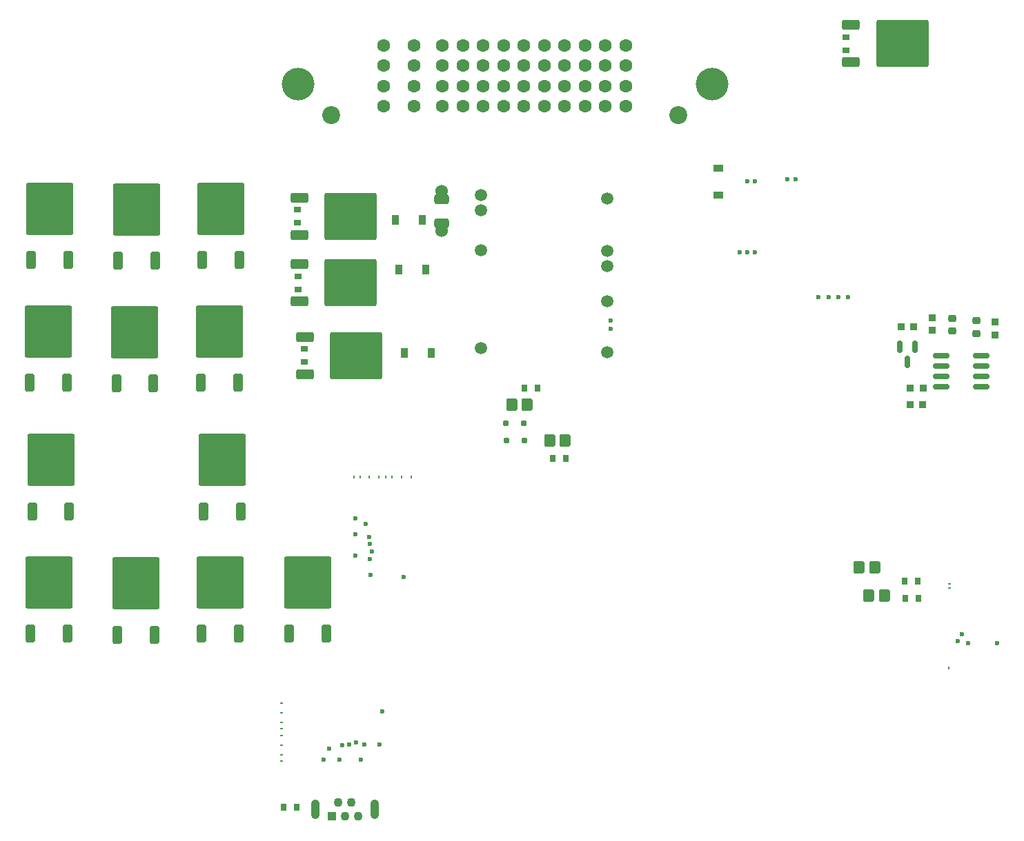
<source format=gbr>
%TF.GenerationSoftware,KiCad,Pcbnew,8.0.8*%
%TF.CreationDate,2026-02-06T22:07:44-05:00*%
%TF.ProjectId,greenecu48,67726565-6e65-4637-9534-382e6b696361,rev?*%
%TF.SameCoordinates,Original*%
%TF.FileFunction,Soldermask,Top*%
%TF.FilePolarity,Negative*%
%FSLAX46Y46*%
G04 Gerber Fmt 4.6, Leading zero omitted, Abs format (unit mm)*
G04 Created by KiCad (PCBNEW 8.0.8) date 2026-02-06 22:07:44*
%MOMM*%
%LPD*%
G01*
G04 APERTURE LIST*
G04 Aperture macros list*
%AMRoundRect*
0 Rectangle with rounded corners*
0 $1 Rounding radius*
0 $2 $3 $4 $5 $6 $7 $8 $9 X,Y pos of 4 corners*
0 Add a 4 corners polygon primitive as box body*
4,1,4,$2,$3,$4,$5,$6,$7,$8,$9,$2,$3,0*
0 Add four circle primitives for the rounded corners*
1,1,$1+$1,$2,$3*
1,1,$1+$1,$4,$5*
1,1,$1+$1,$6,$7*
1,1,$1+$1,$8,$9*
0 Add four rect primitives between the rounded corners*
20,1,$1+$1,$2,$3,$4,$5,0*
20,1,$1+$1,$4,$5,$6,$7,0*
20,1,$1+$1,$6,$7,$8,$9,0*
20,1,$1+$1,$8,$9,$2,$3,0*%
G04 Aperture macros list end*
%ADD10RoundRect,0.250000X0.350000X-0.850000X0.350000X0.850000X-0.350000X0.850000X-0.350000X-0.850000X0*%
%ADD11RoundRect,0.249997X2.650003X-2.950003X2.650003X2.950003X-2.650003X2.950003X-2.650003X-2.950003X0*%
%ADD12RoundRect,0.070000X0.280000X0.390000X-0.280000X0.390000X-0.280000X-0.390000X0.280000X-0.390000X0*%
%ADD13RoundRect,0.130000X0.520000X0.620000X-0.520000X0.620000X-0.520000X-0.620000X0.520000X-0.620000X0*%
%ADD14RoundRect,0.070000X-0.280000X-0.390000X0.280000X-0.390000X0.280000X0.390000X-0.280000X0.390000X0*%
%ADD15O,0.399999X0.200000*%
%ADD16C,0.600000*%
%ADD17RoundRect,0.090000X0.360000X0.510000X-0.360000X0.510000X-0.360000X-0.510000X0.360000X-0.510000X0*%
%ADD18RoundRect,0.085000X0.340000X0.340000X-0.340000X0.340000X-0.340000X-0.340000X0.340000X-0.340000X0*%
%ADD19RoundRect,0.250000X-0.850000X-0.350000X0.850000X-0.350000X0.850000X0.350000X-0.850000X0.350000X0*%
%ADD20RoundRect,0.249997X-2.950003X-2.650003X2.950003X-2.650003X2.950003X2.650003X-2.950003X2.650003X0*%
%ADD21RoundRect,0.070000X-0.390000X0.280000X-0.390000X-0.280000X0.390000X-0.280000X0.390000X0.280000X0*%
%ADD22R,1.100000X1.100000*%
%ADD23C,1.100000*%
%ADD24O,1.100000X2.400000*%
%ADD25RoundRect,0.150000X-0.825000X-0.150000X0.825000X-0.150000X0.825000X0.150000X-0.825000X0.150000X0*%
%ADD26C,4.000000*%
%ADD27C,2.200000*%
%ADD28C,1.600000*%
%ADD29O,0.200000X0.399999*%
%ADD30C,0.599999*%
%ADD31RoundRect,0.060000X-0.240000X0.240000X-0.240000X-0.240000X0.240000X-0.240000X0.240000X0.240000X0*%
%ADD32RoundRect,0.085000X-0.340000X0.340000X-0.340000X-0.340000X0.340000X-0.340000X0.340000X0.340000X0*%
%ADD33RoundRect,0.085000X-0.340000X-0.340000X0.340000X-0.340000X0.340000X0.340000X-0.340000X0.340000X0*%
%ADD34RoundRect,0.218750X-0.256250X0.218750X-0.256250X-0.218750X0.256250X-0.218750X0.256250X0.218750X0*%
%ADD35RoundRect,0.090000X0.510000X-0.360000X0.510000X0.360000X-0.510000X0.360000X-0.510000X-0.360000X0*%
%ADD36C,1.500000*%
%ADD37C,1.524000*%
%ADD38RoundRect,0.230000X-0.670000X-0.345000X0.670000X-0.345000X0.670000X0.345000X-0.670000X0.345000X0*%
%ADD39RoundRect,0.150000X-0.150000X0.587500X-0.150000X-0.587500X0.150000X-0.587500X0.150000X0.587500X0*%
%ADD40O,0.250000X0.499999*%
%ADD41O,0.499999X0.250000*%
G04 APERTURE END LIST*
D10*
%TO.C,Q906*%
X86748279Y-71657000D03*
D11*
X89028279Y-65357000D03*
D10*
X91308279Y-71657000D03*
%TD*%
%TO.C,Q903*%
X97620000Y-56710000D03*
D11*
X99900000Y-50410000D03*
D10*
X102180000Y-56710000D03*
%TD*%
%TO.C,Q901*%
X86870000Y-102520000D03*
D11*
X89150000Y-96220000D03*
D10*
X91430000Y-102520000D03*
%TD*%
%TO.C,Q902*%
X86960000Y-56610000D03*
D11*
X89240000Y-50310000D03*
D10*
X91520000Y-56610000D03*
%TD*%
D12*
%TO.C,R13*%
X149113000Y-72304452D03*
X147513000Y-72304452D03*
%TD*%
D13*
%TO.C,D11*%
X145950074Y-74371453D03*
X147850095Y-74371453D03*
%TD*%
D14*
%TO.C,R14*%
X150936000Y-80959524D03*
X152536000Y-80959524D03*
%TD*%
D15*
%TO.C,M4*%
X117714398Y-118113946D03*
X117714398Y-117353967D03*
X117714398Y-116178974D03*
X117714398Y-115003987D03*
X117714398Y-114164075D03*
X117714398Y-113414003D03*
X117714398Y-112238992D03*
X117714398Y-111063995D03*
D16*
X127814005Y-116103998D03*
X127388997Y-117939008D03*
X126839000Y-115889000D03*
X125964041Y-116103995D03*
X125114018Y-116179002D03*
X124789002Y-117939008D03*
X123489035Y-116629008D03*
X122839018Y-117939008D03*
X130014021Y-112013993D03*
X129714019Y-116088999D03*
%TD*%
D17*
%TO.C,D4*%
X134918000Y-51701000D03*
X131618000Y-51701000D03*
%TD*%
D18*
%TO.C,C2*%
X195275001Y-64810007D03*
X193694999Y-64810007D03*
%TD*%
D16*
%TO.C,M2*%
X184780784Y-61130242D03*
X183580784Y-61130242D03*
X185980784Y-61130242D03*
X187180784Y-61130242D03*
X180720784Y-46705242D03*
X179720784Y-46705242D03*
%TD*%
D19*
%TO.C,Q9*%
X119876000Y-48941000D03*
D20*
X126176000Y-51221000D03*
D19*
X119876000Y-53501000D03*
%TD*%
D13*
%TO.C,D14*%
X189765884Y-97861000D03*
X191665905Y-97861000D03*
%TD*%
D21*
%TO.C,R12*%
X119613928Y-50427000D03*
X119613928Y-52027000D03*
%TD*%
%TO.C,R19*%
X120489928Y-67509000D03*
X120489928Y-69109000D03*
%TD*%
%TO.C,R11*%
X119670928Y-58608000D03*
X119670928Y-60208000D03*
%TD*%
D19*
%TO.C,Q14*%
X119876000Y-57136000D03*
D20*
X126176000Y-59416000D03*
D19*
X119876000Y-61696000D03*
%TD*%
D22*
%TO.C,J4*%
X123848000Y-124952000D03*
D23*
X124648000Y-123202000D03*
X125448000Y-124952000D03*
X126248000Y-123202000D03*
X127048000Y-124952000D03*
D24*
X121798000Y-124077000D03*
X129098000Y-124077000D03*
%TD*%
D16*
%TO.C,M3*%
X175770000Y-55621000D03*
X174820000Y-55621000D03*
X173870002Y-55621000D03*
X174870000Y-46921000D03*
X175770000Y-46921000D03*
%TD*%
D17*
%TO.C,D5*%
X135337000Y-57809000D03*
X132037000Y-57809000D03*
%TD*%
D25*
%TO.C,U2*%
X198588000Y-68391000D03*
X198588000Y-69661000D03*
X198588000Y-70931000D03*
X198588000Y-72201000D03*
X203538000Y-72201000D03*
X203538000Y-70931000D03*
X203538000Y-69661000D03*
X203538000Y-68391000D03*
%TD*%
D14*
%TO.C,R15*%
X194152000Y-96004072D03*
X195752000Y-96004072D03*
%TD*%
D26*
%TO.C,U1*%
X119677601Y-34974599D03*
D27*
X123777601Y-38824599D03*
X166377601Y-38824599D03*
D26*
X170477601Y-34974599D03*
D28*
X130227601Y-30224599D03*
X130227601Y-32724599D03*
X130227601Y-35224599D03*
X130227601Y-37724599D03*
X133927601Y-30224599D03*
X133927601Y-32724599D03*
X133927601Y-35224599D03*
X133927601Y-37724599D03*
X137427601Y-30224599D03*
X137427601Y-32724599D03*
X137427601Y-35224599D03*
X137427601Y-37724599D03*
X139927601Y-30224599D03*
X139927601Y-32724599D03*
X139927601Y-35224599D03*
X139927601Y-37724599D03*
X142427601Y-30224599D03*
X142427601Y-32724599D03*
X142427601Y-35224599D03*
X142427601Y-37724599D03*
X144927601Y-30224599D03*
X144927601Y-32724599D03*
X144927601Y-35224599D03*
X144927601Y-37724599D03*
X147427601Y-30224599D03*
X147427601Y-32724599D03*
X147427601Y-35224599D03*
X147427601Y-37724599D03*
X149927601Y-30224599D03*
X149927601Y-32724599D03*
X149927601Y-35224599D03*
X149927601Y-37724599D03*
X152427601Y-30224599D03*
X152427601Y-32724599D03*
X152427601Y-35224599D03*
X152427601Y-37724599D03*
X154927601Y-30224599D03*
X154927601Y-32724599D03*
X154927601Y-35224599D03*
X154927601Y-37724599D03*
X157427601Y-30224599D03*
X157427601Y-32724599D03*
X157427601Y-35224599D03*
X157427601Y-37724599D03*
X159927601Y-30224599D03*
X159927601Y-32724599D03*
X159927601Y-35224599D03*
X159927601Y-37724599D03*
%TD*%
D17*
%TO.C,D3*%
X136081000Y-68041000D03*
X132781000Y-68041000D03*
%TD*%
D19*
%TO.C,Q11*%
X120543000Y-66062000D03*
D20*
X126843000Y-68342000D03*
D19*
X120543000Y-70622000D03*
%TD*%
D29*
%TO.C,M7*%
X126540052Y-83248378D03*
X127300031Y-83248378D03*
X128475024Y-83248378D03*
X129650011Y-83248378D03*
X130489923Y-83248378D03*
X131239995Y-83248378D03*
X132415006Y-83248378D03*
X133590003Y-83248378D03*
D30*
X128550000Y-93347985D03*
X126714990Y-92922977D03*
X128764998Y-92372980D03*
X128550003Y-91498021D03*
X128474996Y-90647998D03*
X126714990Y-90322982D03*
X128024990Y-89023015D03*
X126714990Y-88372998D03*
X132640005Y-95548001D03*
X128564999Y-95247999D03*
%TD*%
D31*
%TO.C,D9*%
X145177000Y-76671452D03*
X147377000Y-76671452D03*
%TD*%
D13*
%TO.C,D13*%
X188554979Y-94376000D03*
X190455000Y-94376000D03*
%TD*%
D10*
%TO.C,Q916*%
X118620000Y-102500000D03*
D11*
X120900000Y-96200000D03*
D10*
X123180000Y-102500000D03*
%TD*%
%TO.C,Q904*%
X87081721Y-87473000D03*
D11*
X89361721Y-81173000D03*
D10*
X91641721Y-87473000D03*
%TD*%
D13*
%TO.C,D12*%
X150600884Y-78754452D03*
X152500905Y-78754452D03*
%TD*%
D32*
%TO.C,C3*%
X197535000Y-63673999D03*
X197535000Y-65254001D03*
%TD*%
D33*
%TO.C,C4*%
X194775999Y-74383000D03*
X196356001Y-74383000D03*
%TD*%
D21*
%TO.C,R9*%
X186905000Y-29216000D03*
X186905000Y-30816000D03*
%TD*%
D19*
%TO.C,Q12*%
X187570000Y-27733000D03*
D20*
X193870000Y-30013000D03*
D19*
X187570000Y-32293000D03*
%TD*%
D10*
%TO.C,Q915*%
X107768279Y-71657000D03*
D11*
X110048279Y-65357000D03*
D10*
X112328279Y-71657000D03*
%TD*%
%TO.C,Q913*%
X107980000Y-56610000D03*
D11*
X110260000Y-50310000D03*
D10*
X112540000Y-56610000D03*
%TD*%
%TO.C,Q912*%
X97530000Y-102620000D03*
D11*
X99810000Y-96320000D03*
D10*
X102090000Y-102620000D03*
%TD*%
D34*
%TO.C,L2*%
X202929000Y-64057500D03*
X202929000Y-65632500D03*
%TD*%
D10*
%TO.C,Q905*%
X108101721Y-87473000D03*
D11*
X110381721Y-81173000D03*
D10*
X112661721Y-87473000D03*
%TD*%
%TO.C,Q914*%
X107890000Y-102520000D03*
D11*
X110170000Y-96220000D03*
D10*
X112450000Y-102520000D03*
%TD*%
D35*
%TO.C,D2*%
X171305000Y-48617000D03*
X171305000Y-45317000D03*
%TD*%
D31*
%TO.C,D10*%
X145315000Y-78754452D03*
X147515000Y-78754452D03*
%TD*%
D32*
%TO.C,C1*%
X205223000Y-64242000D03*
X205223000Y-65822002D03*
%TD*%
D34*
%TO.C,L1*%
X199950000Y-63755500D03*
X199950000Y-65330500D03*
%TD*%
D14*
%TO.C,R16*%
X194202000Y-98161000D03*
X195802000Y-98161000D03*
%TD*%
D33*
%TO.C,C5*%
X194842999Y-72297994D03*
X196423001Y-72297994D03*
%TD*%
D36*
%TO.C,M1*%
X157620250Y-49057402D03*
X157620250Y-55457399D03*
X157620250Y-57357402D03*
X157620250Y-61657402D03*
D16*
X158070249Y-64057399D03*
X158070249Y-65057400D03*
D36*
X157620250Y-67907402D03*
X142120253Y-48607400D03*
X142120253Y-50457399D03*
X142120253Y-55407402D03*
X142120253Y-67457400D03*
%TD*%
D10*
%TO.C,Q911*%
X97408279Y-71757000D03*
D11*
X99688279Y-65457000D03*
D10*
X101968279Y-71757000D03*
%TD*%
D37*
%TO.C,F10*%
X137361000Y-48159010D03*
D38*
X137361000Y-49159000D03*
X137361000Y-52059020D03*
D37*
X137361000Y-53059010D03*
%TD*%
D39*
%TO.C,D1*%
X195415000Y-67234000D03*
X193515000Y-67234000D03*
X194465000Y-69109000D03*
%TD*%
D40*
%TO.C,M6*%
X199565666Y-106698495D03*
D41*
X199615664Y-96348501D03*
X199615664Y-96848502D03*
D30*
X200665662Y-103398499D03*
X201190662Y-102523497D03*
X201940660Y-103698501D03*
X205490661Y-103623498D03*
%TD*%
D12*
%TO.C,R17*%
X119540000Y-123835000D03*
X117940000Y-123835000D03*
%TD*%
M02*

</source>
